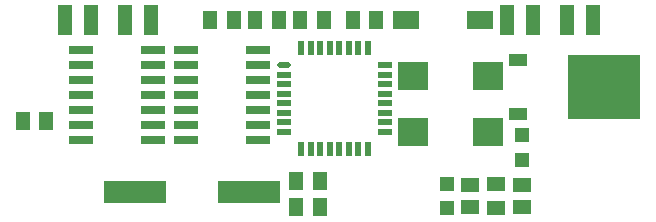
<source format=gtp>
G04 EAGLE Gerber RS-274X export*
G75*
%MOMM*%
%FSLAX34Y34*%
%LPD*%
%INTop Paste*%
%IPPOS*%
%AMOC8*
5,1,8,0,0,1.08239X$1,22.5*%
G01*
%ADD10R,1.600000X1.300000*%
%ADD11R,2.600000X2.400000*%
%ADD12R,1.300000X1.600000*%
%ADD13C,0.550000*%
%ADD14R,1.270000X0.550000*%
%ADD15R,0.550000X1.270000*%
%ADD16R,6.200000X5.400000*%
%ADD17R,1.600000X1.000000*%
%ADD18R,2.032000X0.660400*%
%ADD19R,1.200000X1.200000*%
%ADD20R,5.334000X1.930400*%
%ADD21R,1.300000X1.500000*%
%ADD22R,1.500000X1.300000*%
%ADD23R,2.300000X1.600000*%
%ADD24R,1.270000X2.540000*%


D10*
X415925Y21750D03*
X415925Y41750D03*
D11*
X409575Y133350D03*
X346075Y133350D03*
D12*
X267175Y44450D03*
X247175Y44450D03*
X267175Y22225D03*
X247175Y22225D03*
D11*
X409575Y85725D03*
X346075Y85725D03*
D12*
X250350Y180975D03*
X270350Y180975D03*
X212250Y180975D03*
X232250Y180975D03*
X194150Y180975D03*
X174150Y180975D03*
D13*
X232874Y142300D02*
X240074Y142300D01*
D14*
X236474Y134300D03*
X236474Y126300D03*
X236474Y118300D03*
X236474Y110300D03*
X236474Y102300D03*
X236474Y94300D03*
X236474Y86300D03*
D15*
X251400Y71374D03*
X259400Y71374D03*
X267400Y71374D03*
X275400Y71374D03*
X283400Y71374D03*
X291400Y71374D03*
X299400Y71374D03*
X307400Y71374D03*
D14*
X322326Y86300D03*
X322326Y94300D03*
X322326Y102300D03*
X322326Y110300D03*
X322326Y118300D03*
X322326Y126300D03*
X322326Y134300D03*
X322326Y142300D03*
D15*
X307400Y157226D03*
X299400Y157226D03*
X291400Y157226D03*
X283400Y157226D03*
X275400Y157226D03*
X267400Y157226D03*
X259400Y157226D03*
X251400Y157226D03*
D16*
X507600Y123825D03*
D17*
X434600Y146625D03*
X434600Y101025D03*
D18*
X64516Y155575D03*
X125984Y155575D03*
X64516Y142875D03*
X64516Y130175D03*
X125984Y142875D03*
X125984Y130175D03*
X64516Y117475D03*
X125984Y117475D03*
X64516Y104775D03*
X64516Y92075D03*
X125984Y104775D03*
X125984Y92075D03*
X64516Y79375D03*
X125984Y79375D03*
X153416Y155575D03*
X214884Y155575D03*
X153416Y142875D03*
X153416Y130175D03*
X214884Y142875D03*
X214884Y130175D03*
X153416Y117475D03*
X214884Y117475D03*
X153416Y104775D03*
X153416Y92075D03*
X214884Y104775D03*
X214884Y92075D03*
X153416Y79375D03*
X214884Y79375D03*
D19*
X438150Y83525D03*
X438150Y62525D03*
X374650Y42250D03*
X374650Y21250D03*
D20*
X207010Y34925D03*
X110490Y34925D03*
D21*
X295300Y180975D03*
X314300Y180975D03*
X15900Y95250D03*
X34900Y95250D03*
D22*
X438150Y41250D03*
X438150Y22250D03*
X393700Y41250D03*
X393700Y22250D03*
D23*
X402975Y180975D03*
X339975Y180975D03*
D24*
X498475Y180975D03*
X476250Y180975D03*
X425450Y180975D03*
X447675Y180975D03*
X123825Y180975D03*
X101600Y180975D03*
X50800Y180975D03*
X73025Y180975D03*
M02*

</source>
